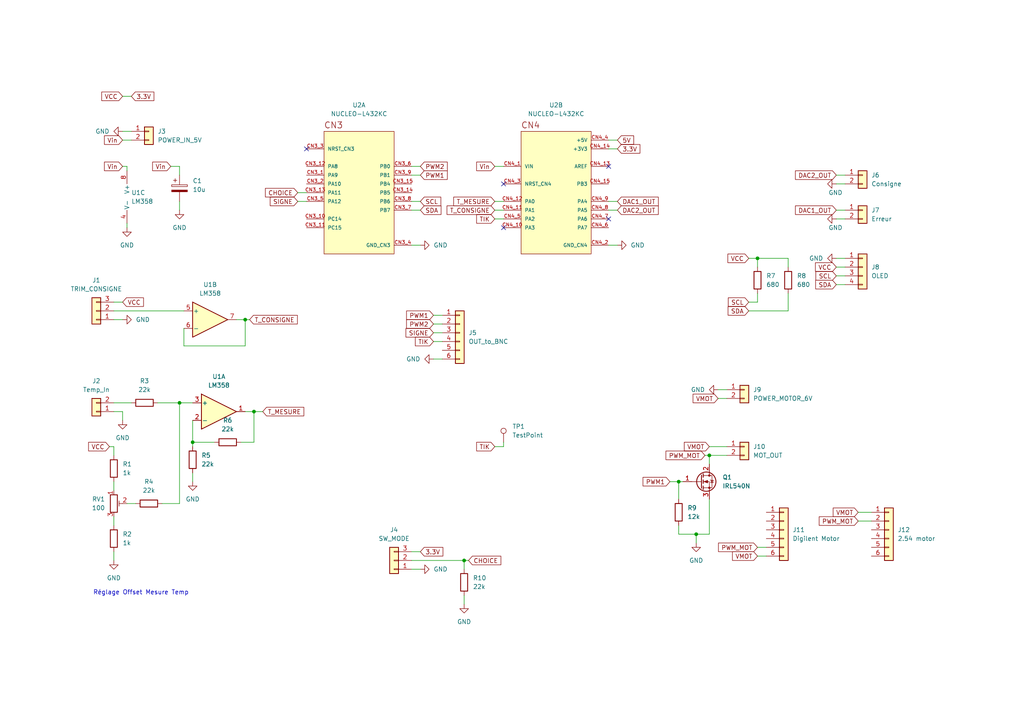
<source format=kicad_sch>
(kicad_sch (version 20231120) (generator "eeschema") (generator_version "8.0")
  (paper "A4")
  (lib_symbols
    (symbol "Amplifier_Operational:LM358" (pin_names (offset 0.127))
      (property "Reference" "U" (at 0 5.08 0))
      (property "Value" "LM358" (at 0 -5.08 0))
      (symbol "LM358_1_1"
        (polyline (pts (xy -5.08 5.08) (xy 5.08 0) (xy -5.08 -5.08) (xy -5.08 5.08)) (stroke (width 0.254)) (fill (type background)))
        (pin output line (at 7.62 0 180) (length 2.54) (name "~") (number "1"))
        (pin input line (at -7.62 -2.54 0) (length 2.54) (name "-") (number "2"))
        (pin input line (at -7.62 2.54 0) (length 2.54) (name "+") (number "3"))
      )
      (symbol "LM358_2_1"
        (polyline (pts (xy -5.08 5.08) (xy 5.08 0) (xy -5.08 -5.08) (xy -5.08 5.08)) (stroke (width 0.254)) (fill (type background)))
        (pin input line (at -7.62 2.54 0) (length 2.54) (name "+") (number "5"))
        (pin input line (at -7.62 -2.54 0) (length 2.54) (name "-") (number "6"))
        (pin output line (at 7.62 0 180) (length 2.54) (name "~") (number "7"))
      )
      (symbol "LM358_3_1"
        (pin power_in line (at -2.54 -7.62 90) (length 3.81) (name "V-") (number "4"))
        (pin power_in line (at -2.54 7.62 270) (length 3.81) (name "V+") (number "8"))
      )
    )
    (symbol "Conn_01x02_1" (pin_names (offset 1.016) hide)
      (property "Reference" "J" (at 0 2.54 0))
      (property "Value" "Conn_01x02" (at 0 -5.08 0))
      (symbol "Conn_01x02_1_1_1"
        (rectangle (start -1.27 -2.413) (end 0 -2.667) (stroke (width 0.1524)))
        (rectangle (start -1.27 0.127) (end 0 -0.127) (stroke (width 0.1524)))
        (rectangle (start -1.27 1.27) (end 1.27 -3.81) (stroke (width 0.254)) (fill (type background)))
        (pin passive line (at -5.08 0 0) (length 3.81) (name "Pin_1") (number "1"))
        (pin passive line (at -5.08 -2.54 0) (length 3.81) (name "Pin_2") (number "2"))
      )
    )
    (symbol "Connector:TestPoint" (pin_numbers hide) (pin_names (offset 0.762) hide)
      (property "Reference" "TP" (at 0 6.858 0))
      (property "Value" "TestPoint" (at 0 5.08 0))
      (symbol "TestPoint_0_1"
        (circle (center 0 3.302) (radius 0.762))
      )
      (symbol "TestPoint_1_1"
        (pin passive line (at 0 0 90) (length 2.54) (name "1") (number "1"))
      )
    )
    (symbol "Connector_Generic:Conn_01x02" (pin_names (offset 1.016) hide)
      (property "Reference" "J" (at 0 2.54 0))
      (property "Value" "Conn_01x02" (at 0 -5.08 0))
      (symbol "Conn_01x02_1_1"
        (rectangle (start -1.27 -2.413) (end 0 -2.667) (stroke (width 0.1524)))
        (rectangle (start -1.27 0.127) (end 0 -0.127) (stroke (width 0.1524)))
        (rectangle (start -1.27 1.27) (end 1.27 -3.81) (stroke (width 0.254)) (fill (type background)))
        (pin passive line (at -5.08 0 0) (length 3.81) (name "Pin_1") (number "1"))
        (pin passive line (at -5.08 -2.54 0) (length 3.81) (name "Pin_2") (number "2"))
      )
    )
    (symbol "Connector_Generic:Conn_01x03" (pin_names (offset 1.016) hide)
      (property "Reference" "J" (at 0 5.08 0))
      (property "Value" "Conn_01x03" (at 0 -5.08 0))
      (symbol "Conn_01x03_1_1"
        (rectangle (start -1.27 -2.413) (end 0 -2.667) (stroke (width 0.1524)))
        (rectangle (start -1.27 0.127) (end 0 -0.127) (stroke (width 0.1524)))
        (rectangle (start -1.27 2.667) (end 0 2.413) (stroke (width 0.1524)))
        (rectangle (start -1.27 3.81) (end 1.27 -3.81) (stroke (width 0.254)) (fill (type background)))
        (pin passive line (at -5.08 2.54 0) (length 3.81) (name "Pin_1") (number "1"))
        (pin passive line (at -5.08 0 0) (length 3.81) (name "Pin_2") (number "2"))
        (pin passive line (at -5.08 -2.54 0) (length 3.81) (name "Pin_3") (number "3"))
      )
    )
    (symbol "Connector_Generic:Conn_01x04" (pin_names (offset 1.016) hide)
      (property "Reference" "J" (at 0 5.08 0))
      (property "Value" "Conn_01x04" (at 0 -7.62 0))
      (symbol "Conn_01x04_1_1"
        (rectangle (start -1.27 -4.953) (end 0 -5.207) (stroke (width 0.1524)))
        (rectangle (start -1.27 -2.413) (end 0 -2.667) (stroke (width 0.1524)))
        (rectangle (start -1.27 0.127) (end 0 -0.127) (stroke (width 0.1524)))
        (rectangle (start -1.27 2.667) (end 0 2.413) (stroke (width 0.1524)))
        (rectangle (start -1.27 3.81) (end 1.27 -6.35) (stroke (width 0.254)) (fill (type background)))
        (pin passive line (at -5.08 2.54 0) (length 3.81) (name "Pin_1") (number "1"))
        (pin passive line (at -5.08 0 0) (length 3.81) (name "Pin_2") (number "2"))
        (pin passive line (at -5.08 -2.54 0) (length 3.81) (name "Pin_3") (number "3"))
        (pin passive line (at -5.08 -5.08 0) (length 3.81) (name "Pin_4") (number "4"))
      )
    )
    (symbol "Connector_Generic:Conn_01x06" (pin_names (offset 1.016) hide)
      (property "Reference" "J" (at 0 7.62 0))
      (property "Value" "Conn_01x06" (at 0 -10.16 0))
      (symbol "Conn_01x06_1_1"
        (rectangle (start -1.27 -7.493) (end 0 -7.747) (stroke (width 0.1524)))
        (rectangle (start -1.27 -4.953) (end 0 -5.207) (stroke (width 0.1524)))
        (rectangle (start -1.27 -2.413) (end 0 -2.667) (stroke (width 0.1524)))
        (rectangle (start -1.27 0.127) (end 0 -0.127) (stroke (width 0.1524)))
        (rectangle (start -1.27 2.667) (end 0 2.413) (stroke (width 0.1524)))
        (rectangle (start -1.27 5.207) (end 0 4.953) (stroke (width 0.1524)))
        (rectangle (start -1.27 6.35) (end 1.27 -8.89) (stroke (width 0.254)) (fill (type background)))
        (pin passive line (at -5.08 5.08 0) (length 3.81) (name "Pin_1") (number "1"))
        (pin passive line (at -5.08 2.54 0) (length 3.81) (name "Pin_2") (number "2"))
        (pin passive line (at -5.08 0 0) (length 3.81) (name "Pin_3") (number "3"))
        (pin passive line (at -5.08 -2.54 0) (length 3.81) (name "Pin_4") (number "4"))
        (pin passive line (at -5.08 -5.08 0) (length 3.81) (name "Pin_5") (number "5"))
        (pin passive line (at -5.08 -7.62 0) (length 3.81) (name "Pin_6") (number "6"))
      )
    )
    (symbol "Device:C_Polarized" (pin_numbers hide) (pin_names (offset 0.254))
      (property "Reference" "C" (at 0.635 2.54 0))
      (property "Value" "C_Polarized" (at 0.635 -2.54 0))
      (symbol "C_Polarized_0_1"
        (rectangle (start -2.286 0.508) (end 2.286 1.016))
        (polyline (pts (xy -1.778 2.286) (xy -0.762 2.286)))
        (polyline (pts (xy -1.27 2.794) (xy -1.27 1.778)))
        (rectangle (start 2.286 -0.508) (end -2.286 -1.016) (fill (type outline)))
      )
      (symbol "C_Polarized_1_1"
        (pin passive line (at 0 3.81 270) (length 2.794) (name "~") (number "1"))
        (pin passive line (at 0 -3.81 90) (length 2.794) (name "~") (number "2"))
      )
    )
    (symbol "Device:R_Potentiometer_Trim" (pin_names (offset 1.016) hide)
      (property "Reference" "RV" (at -4.445 0 90))
      (property "Value" "R_Potentiometer_Trim" (at -2.54 0 90))
      (symbol "R_Potentiometer_Trim_0_1"
        (polyline (pts (xy 1.524 0.762) (xy 1.524 -0.762)))
        (polyline (pts (xy 2.54 0) (xy 1.524 0)))
        (rectangle (start 1.016 2.54) (end -1.016 -2.54) (stroke (width 0.254)))
      )
      (symbol "R_Potentiometer_Trim_1_1"
        (pin passive line (at 0 3.81 270) (length 1.27) (name "1") (number "1"))
        (pin passive line (at 3.81 0 180) (length 1.27) (name "2") (number "2"))
        (pin passive line (at 0 -3.81 90) (length 1.27) (name "3") (number "3"))
      )
    )
    (symbol "NUCLEO-L432KC:NUCLEO-L432KC" (pin_names (offset 1.016))
      (property "Reference" "U" (at -10.16 21.082 0))
      (property "Value" "NUCLEO-L432KC" (at -10.16 -20.32 0))
      (symbol "NUCLEO-L432KC_1_0"
        (rectangle (start -10.16 -17.78) (end 10.16 17.78) (stroke (width 0.1524)) (fill (type background)))
        (text "CN3" (at -10.16 18.542 0) (effects (font (size 1.778 1.778)) (justify left bottom)))
        (pin bidirectional line (at -15.24 5.08 0) (length 5.08) (name "PA9") (number "CN3_1"))
        (pin bidirectional line (at -15.24 -7.62 0) (length 5.08) (name "PC14") (number "CN3_10"))
        (pin bidirectional line (at -15.24 -10.16 0) (length 5.08) (name "PC15") (number "CN3_11"))
        (pin bidirectional line (at -15.24 7.62 0) (length 5.08) (name "PA8") (number "CN3_12"))
        (pin bidirectional line (at -15.24 0 0) (length 5.08) (name "PA11") (number "CN3_13"))
        (pin bidirectional line (at 15.24 0 180) (length 5.08) (name "PB5") (number "CN3_14"))
        (pin bidirectional line (at 15.24 2.54 180) (length 5.08) (name "PB4") (number "CN3_15"))
        (pin bidirectional line (at -15.24 2.54 0) (length 5.08) (name "PA10") (number "CN3_2"))
        (pin bidirectional line (at -15.24 12.7 0) (length 5.08) (name "NRST_CN3") (number "CN3_3"))
        (pin power_in line (at 15.24 -15.24 180) (length 5.08) (name "GND_CN3") (number "CN3_4"))
        (pin bidirectional line (at -15.24 -2.54 0) (length 5.08) (name "PA12") (number "CN3_5"))
        (pin bidirectional line (at 15.24 7.62 180) (length 5.08) (name "PB0") (number "CN3_6"))
        (pin bidirectional line (at 15.24 -5.08 180) (length 5.08) (name "PB7") (number "CN3_7"))
        (pin bidirectional line (at 15.24 -2.54 180) (length 5.08) (name "PB6") (number "CN3_8"))
        (pin bidirectional line (at 15.24 5.08 180) (length 5.08) (name "PB1") (number "CN3_9"))
      )
      (symbol "NUCLEO-L432KC_2_0"
        (rectangle (start -10.16 -17.78) (end 10.16 17.78) (stroke (width 0.1524)) (fill (type background)))
        (text "CN4" (at -10.16 18.542 0) (effects (font (size 1.778 1.778)) (justify left bottom)))
        (pin input line (at -15.24 7.62 0) (length 5.08) (name "VIN") (number "CN4_1"))
        (pin bidirectional line (at -15.24 -10.16 0) (length 5.08) (name "PA3") (number "CN4_10"))
        (pin bidirectional line (at -15.24 -5.08 0) (length 5.08) (name "PA1") (number "CN4_11"))
        (pin bidirectional line (at -15.24 -2.54 0) (length 5.08) (name "PA0") (number "CN4_12"))
        (pin bidirectional line (at 15.24 7.62 180) (length 5.08) (name "AREF") (number "CN4_13"))
        (pin power_in line (at 15.24 12.7 180) (length 5.08) (name "+3V3") (number "CN4_14"))
        (pin bidirectional line (at 15.24 2.54 180) (length 5.08) (name "PB3") (number "CN4_15"))
        (pin power_in line (at 15.24 -15.24 180) (length 5.08) (name "GND_CN4") (number "CN4_2"))
        (pin bidirectional line (at -15.24 2.54 0) (length 5.08) (name "NRST_CN4") (number "CN4_3"))
        (pin power_in line (at 15.24 15.24 180) (length 5.08) (name "+5V") (number "CN4_4"))
        (pin bidirectional line (at -15.24 -7.62 0) (length 5.08) (name "PA2") (number "CN4_5"))
        (pin bidirectional line (at 15.24 -10.16 180) (length 5.08) (name "PA7") (number "CN4_6"))
        (pin bidirectional line (at 15.24 -7.62 180) (length 5.08) (name "PA6") (number "CN4_7"))
        (pin bidirectional line (at 15.24 -5.08 180) (length 5.08) (name "PA5") (number "CN4_8"))
        (pin bidirectional line (at 15.24 -2.54 180) (length 5.08) (name "PA4") (number "CN4_9"))
      )
    )
    (symbol "R_1" (pin_numbers hide) (pin_names (offset 0))
      (property "Reference" "R" (at 2.032 0 90))
      (property "Value" "R" (at 0 0 90))
      (symbol "R_1_0_1"
        (rectangle (start -1.016 -2.54) (end 1.016 2.54) (stroke (width 0.254)))
      )
      (symbol "R_1_1_1"
        (pin passive line (at 0 3.81 270) (length 1.27) (name "~") (number "1"))
        (pin passive line (at 0 -3.81 90) (length 1.27) (name "~") (number "2"))
      )
    )
    (symbol "Transistor_FET:IRF540N" (pin_names hide)
      (property "Reference" "Q" (at 5.08 1.905 0))
      (property "Value" "IRF540N" (at 5.08 0 0))
      (symbol "IRF540N_0_1"
        (polyline (pts (xy 0.254 0) (xy -2.54 0)))
        (polyline (pts (xy 0.254 1.905) (xy 0.254 -1.905)) (stroke (width 0.254)))
        (polyline (pts (xy 0.762 -1.27) (xy 0.762 -2.286)) (stroke (width 0.254)))
        (polyline (pts (xy 0.762 0.508) (xy 0.762 -0.508)) (stroke (width 0.254)))
        (polyline (pts (xy 0.762 2.286) (xy 0.762 1.27)) (stroke (width 0.254)))
        (polyline (pts (xy 2.54 2.54) (xy 2.54 1.778)))
        (polyline (pts (xy 2.54 -2.54) (xy 2.54 0) (xy 0.762 0)))
        (polyline (pts (xy 0.762 -1.778) (xy 3.302 -1.778) (xy 3.302 1.778) (xy 0.762 1.778)))
        (polyline (pts (xy 1.016 0) (xy 2.032 0.381) (xy 2.032 -0.381) (xy 1.016 0)) (fill (type outline)))
        (polyline (pts (xy 2.794 0.508) (xy 2.921 0.381) (xy 3.683 0.381) (xy 3.81 0.254)))
        (polyline (pts (xy 3.302 0.381) (xy 2.921 -0.254) (xy 3.683 -0.254) (xy 3.302 0.381)))
        (circle (center 1.651 0) (radius 2.794) (stroke (width 0.254)))
        (circle (center 2.54 -1.778) (radius 0.254) (fill (type outline)))
        (circle (center 2.54 1.778) (radius 0.254) (fill (type outline)))
      )
      (symbol "IRF540N_1_1"
        (pin input line (at -5.08 0 0) (length 2.54) (name "G") (number "1"))
        (pin passive line (at 2.54 5.08 270) (length 2.54) (name "D") (number "2"))
        (pin passive line (at 2.54 -5.08 90) (length 2.54) (name "S") (number "3"))
      )
    )
    (symbol "power:GND" (power) (pin_names (offset 0))
      (property "Value" "GND" (at 0 -3.81 0))
      (symbol "GND_0_1"
        (polyline (pts (xy 0 0) (xy 0 -1.27) (xy 1.27 -1.27) (xy 0 -2.54) (xy -1.27 -1.27) (xy 0 -1.27)))
      )
      (symbol "GND_1_1"
        (pin power_in line (at 0 0 270) (length 0) hide (name "GND") (number "1"))
      )
    )
  )
  (junction (at 73.66 119.38))
  (junction (at 55.88 128.27))
  (junction (at 201.93 154.94))
  (junction (at 71.12 92.71))
  (junction (at 134.62 162.56))
  (junction (at 205.74 132.08))
  (junction (at 196.85 139.7))
  (junction (at 219.71 74.93))
  (junction (at 52.07 116.84))
  (no_connect (at 176.53 48.26))
  (no_connect (at 146.05 53.34))
  (no_connect (at 176.53 63.5))
  (no_connect (at 146.05 66.04))
  (no_connect (at 88.9 43.18))
  (wire (pts (xy 119.38 165.1) (xy 121.92 165.1)))
  (wire (pts (xy 228.6 74.93) (xy 228.6 77.47)))
  (wire (pts (xy 35.56 119.38) (xy 35.56 121.92)))
  (wire (pts (xy 143.51 63.5) (xy 146.05 63.5)))
  (wire (pts (xy 55.88 128.27) (xy 62.23 128.27)))
  (wire (pts (xy 242.57 77.47) (xy 245.11 77.47)))
  (wire (pts (xy 55.88 129.54) (xy 55.88 128.27)))
  (wire (pts (xy 176.53 60.96) (xy 179.07 60.96)))
  (wire (pts (xy 217.17 90.17) (xy 228.6 90.17)))
  (wire (pts (xy 52.07 58.42) (xy 52.07 60.96)))
  (wire (pts (xy 69.85 128.27) (xy 73.66 128.27)))
  (wire (pts (xy 35.56 38.1) (xy 38.1 38.1)))
  (wire (pts (xy 201.93 154.94) (xy 201.93 157.48)))
  (wire (pts (xy 119.38 60.96) (xy 121.92 60.96)))
  (wire (pts (xy 125.73 99.06) (xy 128.27 99.06)))
  (wire (pts (xy 71.12 119.38) (xy 73.66 119.38)))
  (wire (pts (xy 242.57 60.96) (xy 245.11 60.96)))
  (wire (pts (xy 125.73 96.52) (xy 128.27 96.52)))
  (wire (pts (xy 35.56 40.64) (xy 38.1 40.64)))
  (wire (pts (xy 143.51 58.42) (xy 146.05 58.42)))
  (wire (pts (xy 219.71 74.93) (xy 228.6 74.93)))
  (wire (pts (xy 33.02 90.17) (xy 53.34 90.17)))
  (wire (pts (xy 36.83 146.05) (xy 39.37 146.05)))
  (wire (pts (xy 146.05 129.54) (xy 146.05 128.27)))
  (wire (pts (xy 242.57 50.8) (xy 245.11 50.8)))
  (wire (pts (xy 35.56 48.26) (xy 36.83 48.26)))
  (wire (pts (xy 33.02 139.7) (xy 33.02 142.24)))
  (wire (pts (xy 205.74 132.08) (xy 210.82 132.08)))
  (wire (pts (xy 119.38 50.8) (xy 121.92 50.8)))
  (wire (pts (xy 73.66 119.38) (xy 76.2 119.38)))
  (wire (pts (xy 33.02 160.02) (xy 33.02 162.56)))
  (wire (pts (xy 86.36 55.88) (xy 88.9 55.88)))
  (wire (pts (xy 49.53 48.26) (xy 52.07 48.26)))
  (wire (pts (xy 52.07 146.05) (xy 46.99 146.05)))
  (wire (pts (xy 208.28 115.57) (xy 210.82 115.57)))
  (wire (pts (xy 71.12 92.71) (xy 72.39 92.71)))
  (wire (pts (xy 228.6 90.17) (xy 228.6 85.09)))
  (wire (pts (xy 33.02 116.84) (xy 38.1 116.84)))
  (wire (pts (xy 33.02 149.86) (xy 33.02 152.4)))
  (wire (pts (xy 219.71 161.29) (xy 222.25 161.29)))
  (wire (pts (xy 53.34 100.33) (xy 71.12 100.33)))
  (wire (pts (xy 45.72 116.84) (xy 52.07 116.84)))
  (wire (pts (xy 134.62 172.72) (xy 134.62 175.26)))
  (wire (pts (xy 52.07 146.05) (xy 52.07 116.84)))
  (wire (pts (xy 194.31 139.7) (xy 196.85 139.7)))
  (wire (pts (xy 196.85 152.4) (xy 196.85 154.94)))
  (wire (pts (xy 33.02 92.71) (xy 35.56 92.71)))
  (wire (pts (xy 242.57 82.55) (xy 245.11 82.55)))
  (wire (pts (xy 31.75 129.54) (xy 33.02 129.54)))
  (wire (pts (xy 143.51 60.96) (xy 146.05 60.96)))
  (wire (pts (xy 219.71 87.63) (xy 219.71 85.09)))
  (wire (pts (xy 33.02 87.63) (xy 35.56 87.63)))
  (wire (pts (xy 125.73 104.14) (xy 128.27 104.14)))
  (wire (pts (xy 176.53 58.42) (xy 179.07 58.42)))
  (wire (pts (xy 242.57 63.5) (xy 245.11 63.5)))
  (wire (pts (xy 36.83 64.77) (xy 36.83 66.04)))
  (wire (pts (xy 205.74 132.08) (xy 205.74 134.62)))
  (wire (pts (xy 205.74 129.54) (xy 210.82 129.54)))
  (wire (pts (xy 242.57 74.93) (xy 245.11 74.93)))
  (wire (pts (xy 176.53 43.18) (xy 179.07 43.18)))
  (wire (pts (xy 219.71 74.93) (xy 219.71 77.47)))
  (wire (pts (xy 217.17 74.93) (xy 219.71 74.93)))
  (wire (pts (xy 208.28 113.03) (xy 210.82 113.03)))
  (wire (pts (xy 119.38 48.26) (xy 121.92 48.26)))
  (wire (pts (xy 68.58 92.71) (xy 71.12 92.71)))
  (wire (pts (xy 201.93 154.94) (xy 196.85 154.94)))
  (wire (pts (xy 119.38 71.12) (xy 121.92 71.12)))
  (wire (pts (xy 71.12 100.33) (xy 71.12 92.71)))
  (wire (pts (xy 125.73 93.98) (xy 128.27 93.98)))
  (wire (pts (xy 125.73 91.44) (xy 128.27 91.44)))
  (wire (pts (xy 205.74 154.94) (xy 201.93 154.94)))
  (wire (pts (xy 248.92 148.59) (xy 252.73 148.59)))
  (wire (pts (xy 33.02 129.54) (xy 33.02 132.08)))
  (wire (pts (xy 176.53 71.12) (xy 179.07 71.12)))
  (wire (pts (xy 119.38 160.02) (xy 121.92 160.02)))
  (wire (pts (xy 205.74 144.78) (xy 205.74 154.94)))
  (wire (pts (xy 119.38 58.42) (xy 121.92 58.42)))
  (wire (pts (xy 176.53 40.64) (xy 179.07 40.64)))
  (wire (pts (xy 204.47 132.08) (xy 205.74 132.08)))
  (wire (pts (xy 36.83 48.26) (xy 36.83 49.53)))
  (wire (pts (xy 242.57 53.34) (xy 245.11 53.34)))
  (wire (pts (xy 86.36 58.42) (xy 88.9 58.42)))
  (wire (pts (xy 134.62 162.56) (xy 135.89 162.56)))
  (wire (pts (xy 52.07 48.26) (xy 52.07 50.8)))
  (wire (pts (xy 33.02 119.38) (xy 35.56 119.38)))
  (wire (pts (xy 35.56 27.94) (xy 38.1 27.94)))
  (wire (pts (xy 248.92 151.13) (xy 252.73 151.13)))
  (wire (pts (xy 53.34 95.25) (xy 53.34 100.33)))
  (wire (pts (xy 55.88 121.92) (xy 55.88 128.27)))
  (wire (pts (xy 119.38 162.56) (xy 134.62 162.56)))
  (wire (pts (xy 217.17 87.63) (xy 219.71 87.63)))
  (wire (pts (xy 55.88 137.16) (xy 55.88 139.7)))
  (wire (pts (xy 196.85 139.7) (xy 198.12 139.7)))
  (wire (pts (xy 219.71 158.75) (xy 222.25 158.75)))
  (wire (pts (xy 134.62 162.56) (xy 134.62 165.1)))
  (wire (pts (xy 196.85 139.7) (xy 196.85 144.78)))
  (wire (pts (xy 143.51 48.26) (xy 146.05 48.26)))
  (wire (pts (xy 73.66 119.38) (xy 73.66 128.27)))
  (wire (pts (xy 143.51 129.54) (xy 146.05 129.54)))
  (wire (pts (xy 242.57 80.01) (xy 245.11 80.01)))
  (wire (pts (xy 52.07 116.84) (xy 55.88 116.84)))
  (text "Réglage Offset Mesure Temp" (at 40.894 171.958 0) (effects (font (size 1.27 1.27))))
  (global_label "T_CONSIGNE" (shape input) (at 72.39 92.71 0) (property "Intersheetrefs" "${INTERSHEET_REFS}" (effects (hide yes))))
  (global_label "TIK" (shape input) (at 125.73 99.06 180) (property "Intersheetrefs" "${INTERSHEET_REFS}" (effects (hide yes))))
  (global_label "TIK" (shape input) (at 143.51 63.5 180) (property "Intersheetrefs" "${INTERSHEET_REFS}" (effects (hide yes))))
  (global_label "VMOT" (shape input) (at 205.74 129.54 180) (property "Intersheetrefs" "${INTERSHEET_REFS}" (effects (hide yes))))
  (global_label "PWM1" (shape input) (at 125.73 91.44 180) (property "Intersheetrefs" "${INTERSHEET_REFS}" (effects (hide yes))))
  (global_label "VCC" (shape input) (at 35.56 87.63 0) (property "Intersheetrefs" "${INTERSHEET_REFS}" (effects (hide yes))))
  (global_label "Vin" (shape input) (at 35.56 48.26 180) (property "Intersheetrefs" "${INTERSHEET_REFS}" (effects (hide yes))))
  (global_label "TIK" (shape input) (at 143.51 129.54 180) (property "Intersheetrefs" "${INTERSHEET_REFS}" (effects (hide yes))))
  (global_label "PWM1" (shape input) (at 121.92 50.8 0) (property "Intersheetrefs" "${INTERSHEET_REFS}" (effects (hide yes))))
  (global_label "SDA" (shape input) (at 242.57 82.55 180) (property "Intersheetrefs" "${INTERSHEET_REFS}" (effects (hide yes))))
  (global_label "SIGNE" (shape input) (at 86.36 58.42 180) (property "Intersheetrefs" "${INTERSHEET_REFS}" (effects (hide yes))))
  (global_label "VMOT" (shape input) (at 219.71 161.29 180) (property "Intersheetrefs" "${INTERSHEET_REFS}" (effects (hide yes))))
  (global_label "VCC" (shape input) (at 35.56 27.94 180) (property "Intersheetrefs" "${INTERSHEET_REFS}" (effects (hide yes))))
  (global_label "PWM_MOT" (shape input) (at 219.71 158.75 180) (property "Intersheetrefs" "${INTERSHEET_REFS}" (effects (hide yes))))
  (global_label "SCL" (shape input) (at 242.57 80.01 180) (property "Intersheetrefs" "${INTERSHEET_REFS}" (effects (hide yes))))
  (global_label "SCL" (shape input) (at 217.17 87.63 180) (property "Intersheetrefs" "${INTERSHEET_REFS}" (effects (hide yes))))
  (global_label "Vin" (shape input) (at 143.51 48.26 180) (property "Intersheetrefs" "${INTERSHEET_REFS}" (effects (hide yes))))
  (global_label "T_MESURE" (shape input) (at 143.51 58.42 180) (property "Intersheetrefs" "${INTERSHEET_REFS}" (effects (hide yes))))
  (global_label "3.3V" (shape input) (at 179.07 43.18 0) (property "Intersheetrefs" "${INTERSHEET_REFS}" (effects (hide yes))))
  (global_label "Vin" (shape input) (at 49.53 48.26 180) (property "Intersheetrefs" "${INTERSHEET_REFS}" (effects (hide yes))))
  (global_label "PWM2" (shape input) (at 121.92 48.26 0) (property "Intersheetrefs" "${INTERSHEET_REFS}" (effects (hide yes))))
  (global_label "SDA" (shape input) (at 121.92 60.96 0) (property "Intersheetrefs" "${INTERSHEET_REFS}" (effects (hide yes))))
  (global_label "PWM2" (shape input) (at 125.73 93.98 180) (property "Intersheetrefs" "${INTERSHEET_REFS}" (effects (hide yes))))
  (global_label "SCL" (shape input) (at 121.92 58.42 0) (property "Intersheetrefs" "${INTERSHEET_REFS}" (effects (hide yes))))
  (global_label "VCC" (shape input) (at 217.17 74.93 180) (property "Intersheetrefs" "${INTERSHEET_REFS}" (effects (hide yes))))
  (global_label "PWM1" (shape input) (at 194.31 139.7 180) (property "Intersheetrefs" "${INTERSHEET_REFS}" (effects (hide yes))))
  (global_label "SIGNE" (shape input) (at 125.73 96.52 180) (property "Intersheetrefs" "${INTERSHEET_REFS}" (effects (hide yes))))
  (global_label "T_CONSIGNE" (shape input) (at 143.51 60.96 180) (property "Intersheetrefs" "${INTERSHEET_REFS}" (effects (hide yes))))
  (global_label "PWM_MOT" (shape input) (at 204.47 132.08 180) (property "Intersheetrefs" "${INTERSHEET_REFS}" (effects (hide yes))))
  (global_label "Vin" (shape input) (at 35.56 40.64 180) (property "Intersheetrefs" "${INTERSHEET_REFS}" (effects (hide yes))))
  (global_label "DAC1_OUT" (shape input) (at 242.57 60.96 180) (property "Intersheetrefs" "${INTERSHEET_REFS}" (effects (hide yes))))
  (global_label "5V" (shape input) (at 179.07 40.64 0) (property "Intersheetrefs" "${INTERSHEET_REFS}" (effects (hide yes))))
  (global_label "DAC1_OUT" (shape input) (at 179.07 58.42 0) (property "Intersheetrefs" "${INTERSHEET_REFS}" (effects (hide yes))))
  (global_label "VCC" (shape input) (at 31.75 129.54 180) (property "Intersheetrefs" "${INTERSHEET_REFS}" (effects (hide yes))))
  (global_label "VCC" (shape input) (at 242.57 77.47 180) (property "Intersheetrefs" "${INTERSHEET_REFS}" (effects (hide yes))))
  (global_label "VMOT" (shape input) (at 248.92 148.59 180) (property "Intersheetrefs" "${INTERSHEET_REFS}" (effects (hide yes))))
  (global_label "CHOICE" (shape input) (at 86.36 55.88 180) (property "Intersheetrefs" "${INTERSHEET_REFS}" (effects (hide yes))))
  (global_label "CHOICE" (shape input) (at 135.89 162.56 0) (property "Intersheetrefs" "${INTERSHEET_REFS}" (effects (hide yes))))
  (global_label "SDA" (shape input) (at 217.17 90.17 180) (property "Intersheetrefs" "${INTERSHEET_REFS}" (effects (hide yes))))
  (global_label "3.3V" (shape input) (at 121.92 160.02 0) (property "Intersheetrefs" "${INTERSHEET_REFS}" (effects (hide yes))))
  (global_label "T_MESURE" (shape input) (at 76.2 119.38 0) (property "Intersheetrefs" "${INTERSHEET_REFS}" (effects (hide yes))))
  (global_label "3.3V" (shape input) (at 38.1 27.94 0) (property "Intersheetrefs" "${INTERSHEET_REFS}" (effects (hide yes))))
  (global_label "DAC2_OUT" (shape input) (at 179.07 60.96 0) (property "Intersheetrefs" "${INTERSHEET_REFS}" (effects (hide yes))))
  (global_label "PWM_MOT" (shape input) (at 248.92 151.13 180) (property "Intersheetrefs" "${INTERSHEET_REFS}" (effects (hide yes))))
  (global_label "VMOT" (shape input) (at 208.28 115.57 180) (property "Intersheetrefs" "${INTERSHEET_REFS}" (effects (hide yes))))
  (global_label "DAC2_OUT" (shape input) (at 242.57 50.8 180) (property "Intersheetrefs" "${INTERSHEET_REFS}" (effects (hide yes))))
  (symbol (lib_name "R_1") (lib_id "Device:R") (at 196.85 148.59 180) (unit 1)
    (property "Reference" "R9" (at 199.39 147.3199 0) (effects (justify right)))
    (property "Value" "12k" (at 199.39 149.8599 0) (effects (justify right)))
    (property "Footprint" "Resistor_THT:R_Axial_DIN0207_L6.3mm_D2.5mm_P10.16mm_Horizontal" (effects (hide yes)))
    (property "Description" "Resistor" (effects (hide yes)))
  )
  (symbol (lib_name "R_1") (lib_id "Device:R") (at 33.02 135.89 180) (unit 1)
    (property "Reference" "R1" (at 35.56 134.6199 0) (effects (justify right)))
    (property "Value" "1k" (at 35.56 137.1599 0) (effects (justify right)))
    (property "Footprint" "Resistor_THT:R_Axial_DIN0207_L6.3mm_D2.5mm_P10.16mm_Horizontal" (effects (hide yes)))
    (property "Description" "Resistor" (effects (hide yes)))
  )
  (symbol (lib_id "NUCLEO-L432KC:NUCLEO-L432KC") (at 161.29 55.88 0) (unit 2)
    (property "Reference" "U2" (at 161.29 30.48 0))
    (property "Value" "NUCLEO-L432KC" (at 161.29 33.02 0))
    (property "Footprint" "NUCLEO_L432KC:MODULE_NUCLEO-L432KC" (effects (hide yes)))
    (property "PARTREV" "N/A" (effects (hide yes)))
    (property "STANDARD" "Manufacturer Recommendations" (effects (hide yes)))
    (property "MAXIMUM_PACKAGE_HEIGHT" "N/A" (effects (hide yes)))
    (property "MANUFACTURER" "ST Microelectronics" (effects (hide yes)))
  )
  (symbol (lib_id "power:GND") (at 242.57 63.5 270) (unit 1)
    (property "Reference" "#PWR014" (effects (hide yes)))
    (property "Value" "GND" (at 240.284 66.04 90) (effects (justify left)))
    (property "Description" "Power symbol creates a global label with name \"GND\" , ground" (effects (hide yes)))
  )
  (symbol (lib_id "power:GND") (at 121.92 71.12 90) (unit 1)
    (property "Reference" "#PWR08" (effects (hide yes)))
    (property "Value" "GND" (at 125.73 71.1199 90) (effects (justify right)))
    (property "Description" "Power symbol creates a global label with name \"GND\" , ground" (effects (hide yes)))
  )
  (symbol (lib_id "power:GND") (at 35.56 38.1 270) (unit 1)
    (property "Reference" "#PWR02" (effects (hide yes)))
    (property "Value" "GND" (at 31.75 38.0999 90) (effects (justify right)))
    (property "Description" "Power symbol creates a global label with name \"GND\" , ground" (effects (hide yes)))
  )
  (symbol (lib_id "Transistor_FET:IRF540N") (at 203.2 139.7 0) (unit 1)
    (property "Reference" "Q1" (at 209.55 138.4299 0) (effects (justify left)))
    (property "Value" "IRL540N" (at 209.55 140.9699 0) (effects (justify left)))
    (property "Footprint" "Package_TO_SOT_THT:TO-220-3_Vertical" (effects (hide yes)))
    (property "Datasheet" "http://www.irf.com/product-info/datasheets/data/irf540n.pdf" (effects (hide yes)))
    (property "Description" "33A Id, 100V Vds, HEXFET N-Channel MOSFET, TO-220" (effects (hide yes)))
  )
  (symbol (lib_id "Connector_Generic:Conn_01x03") (at 27.94 90.17 180) (unit 1)
    (property "Reference" "J1" (at 27.94 81.28 0))
    (property "Value" "TRIM_CONSIGNE" (at 27.94 83.82 0))
    (property "Footprint" "Connector_PinSocket_2.54mm:PinSocket_1x03_P2.54mm_Vertical" (effects (hide yes)))
    (property "Description" "Generic connector, single row, 01x03, script generated (kicad-library-utils/schlib/autogen/connector/)" (effects (hide yes)))
  )
  (symbol (lib_id "Connector_Generic:Conn_01x02") (at 250.19 50.8 0) (unit 1)
    (property "Reference" "J6" (at 252.73 50.7999 0) (effects (justify left)))
    (property "Value" "Consigne" (at 252.73 53.3399 0) (effects (justify left)))
    (property "Footprint" "Connector_PinSocket_2.54mm:PinSocket_1x02_P2.54mm_Vertical" (effects (hide yes)))
    (property "Description" "Generic connector, single row, 01x02, script generated (kicad-library-utils/schlib/autogen/connector/)" (effects (hide yes)))
  )
  (symbol (lib_id "power:GND") (at 179.07 71.12 90) (unit 1)
    (property "Reference" "#PWR011" (effects (hide yes)))
    (property "Value" "GND" (at 182.88 71.1199 90) (effects (justify right)))
    (property "Description" "Power symbol creates a global label with name \"GND\" , ground" (effects (hide yes)))
  )
  (symbol (lib_id "power:GND") (at 35.56 92.71 90) (unit 1)
    (property "Reference" "#PWR03" (effects (hide yes)))
    (property "Value" "GND" (at 39.37 92.7099 90) (effects (justify right)))
    (property "Description" "Power symbol creates a global label with name \"GND\" , ground" (effects (hide yes)))
  )
  (symbol (lib_id "power:GND") (at 242.57 53.34 270) (unit 1)
    (property "Reference" "#PWR013" (effects (hide yes)))
    (property "Value" "GND" (at 240.284 55.88 90) (effects (justify left)))
    (property "Description" "Power symbol creates a global label with name \"GND\" , ground" (effects (hide yes)))
  )
  (symbol (lib_id "power:GND") (at 121.92 165.1 90) (unit 1)
    (property "Reference" "#PWR09" (effects (hide yes)))
    (property "Value" "GND" (at 125.73 165.0999 90) (effects (justify right)))
    (property "Description" "Power symbol creates a global label with name \"GND\" , ground" (effects (hide yes)))
  )
  (symbol (lib_id "Connector:TestPoint") (at 146.05 128.27 0) (unit 1)
    (property "Reference" "TP1" (at 148.59 123.6979 0) (effects (justify left)))
    (property "Value" "TestPoint" (at 148.59 126.2379 0) (effects (justify left)))
    (property "Footprint" "TestPoint:TestPoint_THTPad_2.5x2.5mm_Drill1.2mm" (effects (hide yes)))
    (property "Description" "test point" (effects (hide yes)))
  )
  (symbol (lib_id "Amplifier_Operational:LM358") (at 39.37 57.15 0) (unit 3)
    (property "Reference" "U1" (at 38.1 55.8799 0) (effects (justify left)))
    (property "Value" "LM358" (at 38.1 58.4199 0) (effects (justify left)))
    (property "Footprint" "Package_DIP:DIP-8_W7.62mm_LongPads" (effects (hide yes)))
    (property "Datasheet" "http://www.ti.com/lit/ds/symlink/lm2904-n.pdf" (effects (hide yes)))
    (property "Description" "Low-Power, Dual Operational Amplifiers, DIP-8/SOIC-8/TO-99-8" (effects (hide yes)))
  )
  (symbol (lib_name "R_1") (lib_id "Device:R") (at 33.02 156.21 180) (unit 1)
    (property "Reference" "R2" (at 35.56 154.9399 0) (effects (justify right)))
    (property "Value" "1k" (at 35.56 157.4799 0) (effects (justify right)))
    (property "Footprint" "Resistor_THT:R_Axial_DIN0207_L6.3mm_D2.5mm_P10.16mm_Horizontal" (effects (hide yes)))
    (property "Description" "Resistor" (effects (hide yes)))
  )
  (symbol (lib_id "Connector_Generic:Conn_01x03") (at 114.3 162.56 180) (unit 1)
    (property "Reference" "J4" (at 114.3 153.67 0))
    (property "Value" "SW_MODE" (at 114.3 156.21 0))
    (property "Footprint" "Connector_PinSocket_2.54mm:PinSocket_1x03_P2.54mm_Vertical" (effects (hide yes)))
    (property "Description" "Generic connector, single row, 01x03, script generated (kicad-library-utils/schlib/autogen/connector/)" (effects (hide yes)))
  )
  (symbol (lib_id "power:GND") (at 208.28 113.03 270) (unit 1)
    (property "Reference" "#PWR016" (effects (hide yes)))
    (property "Value" "GND" (at 204.47 113.0299 90) (effects (justify right)))
    (property "Description" "Power symbol creates a global label with name \"GND\" , ground" (effects (hide yes)))
  )
  (symbol (lib_name "R_1") (lib_id "Device:R") (at 66.04 128.27 90) (unit 1)
    (property "Reference" "R6" (at 66.04 121.92 90))
    (property "Value" "22k" (at 66.04 124.46 90))
    (property "Footprint" "Resistor_THT:R_Axial_DIN0207_L6.3mm_D2.5mm_P10.16mm_Horizontal" (effects (hide yes)))
    (property "Description" "Resistor" (effects (hide yes)))
  )
  (symbol (lib_id "Amplifier_Operational:LM358") (at 63.5 119.38 0) (unit 1)
    (property "Reference" "U1" (at 63.5 109.22 0))
    (property "Value" "LM358" (at 63.5 111.76 0))
    (property "Footprint" "Package_DIP:DIP-8_W7.62mm_LongPads" (effects (hide yes)))
    (property "Datasheet" "http://www.ti.com/lit/ds/symlink/lm2904-n.pdf" (effects (hide yes)))
    (property "Description" "Low-Power, Dual Operational Amplifiers, DIP-8/SOIC-8/TO-99-8" (effects (hide yes)))
  )
  (symbol (lib_id "power:GND") (at 33.02 162.56 0) (unit 1)
    (property "Reference" "#PWR01" (effects (hide yes)))
    (property "Value" "GND" (at 33.02 167.64 0))
    (property "Description" "Power symbol creates a global label with name \"GND\" , ground" (effects (hide yes)))
  )
  (symbol (lib_name "R_1") (lib_id "Device:R") (at 41.91 116.84 90) (unit 1)
    (property "Reference" "R3" (at 41.91 110.49 90))
    (property "Value" "22k" (at 41.91 113.03 90))
    (property "Footprint" "Resistor_THT:R_Axial_DIN0207_L6.3mm_D2.5mm_P10.16mm_Horizontal" (effects (hide yes)))
    (property "Description" "Resistor" (effects (hide yes)))
  )
  (symbol (lib_id "Connector_Generic:Conn_01x06") (at 257.81 153.67 0) (unit 1)
    (property "Reference" "J12" (at 260.35 153.6699 0) (effects (justify left)))
    (property "Value" "2.54 motor" (at 260.35 156.2099 0) (effects (justify left)))
    (property "Footprint" "Connector_PinHeader_2.54mm:PinHeader_1x06_P2.54mm_Vertical" (effects (hide yes)))
    (property "Description" "Generic connector, single row, 01x06, script generated (kicad-library-utils/schlib/autogen/connector/)" (effects (hide yes)))
  )
  (symbol (lib_id "power:GND") (at 201.93 157.48 0) (unit 1)
    (property "Reference" "#PWR012" (effects (hide yes)))
    (property "Value" "GND" (at 201.93 162.56 0))
    (property "Description" "Power symbol creates a global label with name \"GND\" , ground" (effects (hide yes)))
  )
  (symbol (lib_name "R_1") (lib_id "Device:R") (at 228.6 81.28 0) (unit 1)
    (property "Reference" "R8" (at 231.14 80.0099 0) (effects (justify left)))
    (property "Value" "680" (at 231.14 82.5499 0) (effects (justify left)))
    (property "Footprint" "Resistor_THT:R_Axial_DIN0207_L6.3mm_D2.5mm_P10.16mm_Horizontal" (effects (hide yes)))
    (property "Description" "Resistor" (effects (hide yes)))
  )
  (symbol (lib_id "power:GND") (at 242.57 74.93 270) (unit 1)
    (property "Reference" "#PWR015" (effects (hide yes)))
    (property "Value" "GND" (at 238.76 74.9299 90) (effects (justify right)))
    (property "Description" "Power symbol creates a global label with name \"GND\" , ground" (effects (hide yes)))
  )
  (symbol (lib_id "power:GND") (at 52.07 60.96 0) (unit 1)
    (property "Reference" "#PWR06" (effects (hide yes)))
    (property "Value" "GND" (at 52.07 66.04 0))
    (property "Description" "Power symbol creates a global label with name \"GND\" , ground" (effects (hide yes)))
  )
  (symbol (lib_id "power:GND") (at 125.73 104.14 270) (unit 1)
    (property "Reference" "#PWR010" (effects (hide yes)))
    (property "Value" "GND" (at 121.92 104.1399 90) (effects (justify right)))
    (property "Description" "Power symbol creates a global label with name \"GND\" , ground" (effects (hide yes)))
  )
  (symbol (lib_id "Device:R_Potentiometer_Trim") (at 33.02 146.05 0) (unit 1)
    (property "Reference" "RV1" (at 30.48 144.7799 0) (effects (justify right)))
    (property "Value" "100" (at 30.48 147.3199 0) (effects (justify right)))
    (property "Footprint" "Potentiometer_THT:Potentiometer_Bourns_3386P_Vertical" (effects (hide yes)))
    (property "Description" "Trim-potentiometer" (effects (hide yes)))
  )
  (symbol (lib_id "Connector_Generic:Conn_01x04") (at 250.19 77.47 0) (unit 1)
    (property "Reference" "J8" (at 252.73 77.4699 0) (effects (justify left)))
    (property "Value" "OLED" (at 252.73 80.0099 0) (effects (justify left)))
    (property "Footprint" "Connector_PinHeader_2.54mm:PinHeader_1x04_P2.54mm_Vertical" (effects (hide yes)))
    (property "Description" "Generic connector, single row, 01x04, script generated (kicad-library-utils/schlib/autogen/connector/)" (effects (hide yes)))
  )
  (symbol (lib_id "Connector_Generic:Conn_01x06") (at 227.33 153.67 0) (unit 1)
    (property "Reference" "J11" (at 229.87 153.6699 0) (effects (justify left)))
    (property "Value" "Digilent Motor" (at 229.87 156.2099 0) (effects (justify left)))
    (property "Footprint" "Connector_JST:JST_PH_S6B-PH-K_1x06_P2.00mm_Horizontal" (effects (hide yes)))
    (property "Description" "Generic connector, single row, 01x06, script generated (kicad-library-utils/schlib/autogen/connector/)" (effects (hide yes)))
  )
  (symbol (lib_name "R_1") (lib_id "Device:R") (at 55.88 133.35 0) (unit 1)
    (property "Reference" "R5" (at 58.42 132.0799 0) (effects (justify left)))
    (property "Value" "22k" (at 58.42 134.6199 0) (effects (justify left)))
    (property "Footprint" "Resistor_THT:R_Axial_DIN0207_L6.3mm_D2.5mm_P10.16mm_Horizontal" (effects (hide yes)))
    (property "Description" "Resistor" (effects (hide yes)))
  )
  (symbol (lib_id "power:GND") (at 134.62 175.26 0) (unit 1)
    (property "Reference" "#PWR017" (effects (hide yes)))
    (property "Value" "GND" (at 134.62 180.34 0))
    (property "Description" "Power symbol creates a global label with name \"GND\" , ground" (effects (hide yes)))
  )
  (symbol (lib_id "Device:C_Polarized") (at 52.07 54.61 0) (unit 1)
    (property "Reference" "C1" (at 55.88 52.4509 0) (effects (justify left)))
    (property "Value" "10u" (at 55.88 54.9909 0) (effects (justify left)))
    (property "Footprint" "Capacitor_THT:CP_Radial_D5.0mm_P2.50mm" (effects (hide yes)))
    (property "Description" "Polarized capacitor" (effects (hide yes)))
  )
  (symbol (lib_id "NUCLEO-L432KC:NUCLEO-L432KC") (at 104.14 55.88 0) (unit 1)
    (property "Reference" "U2" (at 104.14 30.48 0))
    (property "Value" "NUCLEO-L432KC" (at 104.14 33.02 0))
    (property "Footprint" "NUCLEO_L432KC:MODULE_NUCLEO-L432KC" (effects (hide yes)))
    (property "PARTREV" "N/A" (effects (hide yes)))
    (property "STANDARD" "Manufacturer Recommendations" (effects (hide yes)))
    (property "MAXIMUM_PACKAGE_HEIGHT" "N/A" (effects (hide yes)))
    (property "MANUFACTURER" "ST Microelectronics" (effects (hide yes)))
  )
  (symbol (lib_name "Conn_01x02_1") (lib_id "Connector_Generic:Conn_01x02") (at 43.18 38.1 0) (unit 1)
    (property "Reference" "J3" (at 45.72 38.0999 0) (effects (justify left)))
    (property "Value" "POWER_IN_5V" (at 45.72 40.6399 0) (effects (justify left)))
    (property "Footprint" "Connector_PinSocket_2.54mm:PinSocket_1x02_P2.54mm_Vertical" (effects (hide yes)))
    (property "Description" "Generic connector, single row, 01x02, script generated (kicad-library-utils/schlib/autogen/connector/)" (effects (hide yes)))
  )
  (symbol (lib_name "R_1") (lib_id "Device:R") (at 43.18 146.05 90) (unit 1)
    (property "Reference" "R4" (at 43.18 139.7 90))
    (property "Value" "22k" (at 43.18 142.24 90))
    (property "Footprint" "Resistor_THT:R_Axial_DIN0207_L6.3mm_D2.5mm_P10.16mm_Horizontal" (effects (hide yes)))
    (property "Description" "Resistor" (effects (hide yes)))
  )
  (symbol (lib_id "Connector_Generic:Conn_01x06") (at 133.35 96.52 0) (unit 1)
    (property "Reference" "J5" (at 135.89 96.5199 0) (effects (justify left)))
    (property "Value" "OUT_to_BNC" (at 135.89 99.0599 0) (effects (justify left)))
    (property "Footprint" "Connector_PinHeader_2.54mm:PinHeader_1x06_P2.54mm_Vertical" (effects (hide yes)))
    (property "Description" "Generic connector, single row, 01x06, script generated (kicad-library-utils/schlib/autogen/connector/)" (effects (hide yes)))
  )
  (symbol (lib_id "Amplifier_Operational:LM358") (at 60.96 92.71 0) (unit 2)
    (property "Reference" "U1" (at 60.96 82.55 0))
    (property "Value" "LM358" (at 60.96 85.09 0))
    (property "Footprint" "Package_DIP:DIP-8_W7.62mm_LongPads" (effects (hide yes)))
    (property "Datasheet" "http://www.ti.com/lit/ds/symlink/lm2904-n.pdf" (effects (hide yes)))
    (property "Description" "Low-Power, Dual Operational Amplifiers, DIP-8/SOIC-8/TO-99-8" (effects (hide yes)))
  )
  (symbol (lib_name "Conn_01x02_1") (lib_id "Connector_Generic:Conn_01x02") (at 27.94 119.38 180) (unit 1)
    (property "Reference" "J2" (at 27.94 110.49 0))
    (property "Value" "Temp_In" (at 27.94 113.03 0))
    (property "Footprint" "Connector_PinSocket_2.54mm:PinSocket_1x02_P2.54mm_Vertical" (effects (hide yes)))
    (property "Description" "Generic connector, single row, 01x02, script generated (kicad-library-utils/schlib/autogen/connector/)" (effects (hide yes)))
  )
  (symbol (lib_name "R_1") (lib_id "Device:R") (at 219.71 81.28 0) (unit 1)
    (property "Reference" "R7" (at 222.25 80.0099 0) (effects (justify left)))
    (property "Value" "680" (at 222.25 82.5499 0) (effects (justify left)))
    (property "Footprint" "Resistor_THT:R_Axial_DIN0207_L6.3mm_D2.5mm_P10.16mm_Horizontal" (effects (hide yes)))
    (property "Description" "Resistor" (effects (hide yes)))
  )
  (symbol (lib_id "Connector_Generic:Conn_01x02") (at 250.19 60.96 0) (unit 1)
    (property "Reference" "J7" (at 252.73 60.9599 0) (effects (justify left)))
    (property "Value" "Erreur" (at 252.73 63.4999 0) (effects (justify left)))
    (property "Footprint" "Connector_PinSocket_2.54mm:PinSocket_1x02_P2.54mm_Vertical" (effects (hide yes)))
    (property "Description" "Generic connector, single row, 01x02, script generated (kicad-library-utils/schlib/autogen/connector/)" (effects (hide yes)))
  )
  (symbol (lib_name "Conn_01x02_1") (lib_id "Connector_Generic:Conn_01x02") (at 215.9 113.03 0) (unit 1)
    (property "Reference" "J9" (at 218.44 113.0299 0) (effects (justify left)))
    (property "Value" "POWER_MOTOR_6V" (at 218.44 115.5699 0) (effects (justify left)))
    (property "Footprint" "Connector_PinSocket_2.54mm:PinSocket_1x02_P2.54mm_Vertical" (effects (hide yes)))
    (property "Description" "Generic connector, single row, 01x02, script generated (kicad-library-utils/schlib/autogen/connector/)" (effects (hide yes)))
  )
  (symbol (lib_id "power:GND") (at 36.83 66.04 0) (unit 1)
    (property "Reference" "#PWR05" (effects (hide yes)))
    (property "Value" "GND" (at 36.83 71.12 0))
    (property "Description" "Power symbol creates a global label with name \"GND\" , ground" (effects (hide yes)))
  )
  (symbol (lib_name "Conn_01x02_1") (lib_id "Connector_Generic:Conn_01x02") (at 215.9 129.54 0) (unit 1)
    (property "Reference" "J10" (at 218.44 129.5399 0) (effects (justify left)))
    (property "Value" "MOT_OUT" (at 218.44 132.0799 0) (effects (justify left)))
    (property "Footprint" "TerminalBlock_Phoenix:TerminalBlock_Phoenix_MKDS-3-2-5.08_1x02_P5.08mm_Horizontal" (effects (hide yes)))
    (property "Description" "Generic connector, single row, 01x02, script generated (kicad-library-utils/schlib/autogen/connector/)" (effects (hide yes)))
  )
  (symbol (lib_name "R_1") (lib_id "Device:R") (at 134.62 168.91 180) (unit 1)
    (property "Reference" "R10" (at 137.16 167.6399 0) (effects (justify right)))
    (property "Value" "22k" (at 137.16 170.1799 0) (effects (justify right)))
    (property "Footprint" "Resistor_THT:R_Axial_DIN0207_L6.3mm_D2.5mm_P10.16mm_Horizontal" (effects (hide yes)))
    (property "Description" "Resistor" (effects (hide yes)))
  )
  (symbol (lib_id "power:GND") (at 55.88 139.7 0) (unit 1)
    (property "Reference" "#PWR07" (effects (hide yes)))
    (property "Value" "GND" (at 55.88 144.78 0))
    (property "Description" "Power symbol creates a global label with name \"GND\" , ground" (effects (hide yes)))
  )
  (symbol (lib_id "power:GND") (at 35.56 121.92 0) (unit 1)
    (property "Reference" "#PWR04" (effects (hide yes)))
    (property "Value" "GND" (at 35.56 127 0))
    (property "Description" "Power symbol creates a global label with name \"GND\" , ground" (effects (hide yes)))
  )
)
</source>
